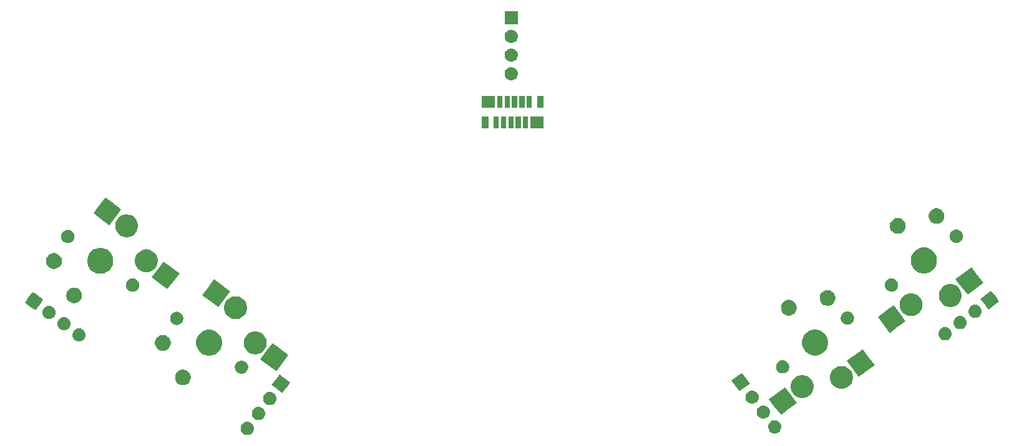
<source format=gbs>
G04 #@! TF.GenerationSoftware,KiCad,Pcbnew,(5.1.4)-1*
G04 #@! TF.CreationDate,2022-11-03T22:09:19-04:00*
G04 #@! TF.ProjectId,ThumbsUp,5468756d-6273-4557-902e-6b696361645f,rev?*
G04 #@! TF.SameCoordinates,Original*
G04 #@! TF.FileFunction,Soldermask,Bot*
G04 #@! TF.FilePolarity,Negative*
%FSLAX46Y46*%
G04 Gerber Fmt 4.6, Leading zero omitted, Abs format (unit mm)*
G04 Created by KiCad (PCBNEW (5.1.4)-1) date 2022-11-03 22:09:19*
%MOMM*%
%LPD*%
G04 APERTURE LIST*
%ADD10C,0.100000*%
G04 APERTURE END LIST*
D10*
G36*
X114444727Y-104066955D02*
G01*
X114510911Y-104073473D01*
X114680750Y-104124993D01*
X114837275Y-104208658D01*
X114873013Y-104237988D01*
X114974470Y-104321250D01*
X115052530Y-104416368D01*
X115087062Y-104458445D01*
X115170727Y-104614970D01*
X115222247Y-104784809D01*
X115239643Y-104961436D01*
X115222247Y-105138063D01*
X115170727Y-105307902D01*
X115087062Y-105464427D01*
X115057732Y-105500165D01*
X114974470Y-105601622D01*
X114898663Y-105663834D01*
X114837275Y-105714214D01*
X114680750Y-105797879D01*
X114510911Y-105849399D01*
X114444726Y-105855918D01*
X114378544Y-105862436D01*
X114290024Y-105862436D01*
X114223842Y-105855918D01*
X114157657Y-105849399D01*
X113987818Y-105797879D01*
X113831293Y-105714214D01*
X113769905Y-105663834D01*
X113694098Y-105601622D01*
X113610836Y-105500165D01*
X113581506Y-105464427D01*
X113497841Y-105307902D01*
X113446321Y-105138063D01*
X113428925Y-104961436D01*
X113446321Y-104784809D01*
X113497841Y-104614970D01*
X113581506Y-104458445D01*
X113616038Y-104416368D01*
X113694098Y-104321250D01*
X113795555Y-104237988D01*
X113831293Y-104208658D01*
X113987818Y-104124993D01*
X114157657Y-104073473D01*
X114223841Y-104066955D01*
X114290024Y-104060436D01*
X114378544Y-104060436D01*
X114444727Y-104066955D01*
X114444727Y-104066955D01*
G37*
G36*
X186004086Y-103868353D02*
G01*
X186070270Y-103874871D01*
X186240109Y-103926391D01*
X186396634Y-104010056D01*
X186432372Y-104039386D01*
X186533829Y-104122648D01*
X186617091Y-104224105D01*
X186646421Y-104259843D01*
X186730086Y-104416368D01*
X186781606Y-104586207D01*
X186799002Y-104762834D01*
X186781606Y-104939461D01*
X186730086Y-105109300D01*
X186646421Y-105265825D01*
X186617091Y-105301563D01*
X186533829Y-105403020D01*
X186459003Y-105464427D01*
X186396634Y-105515612D01*
X186240109Y-105599277D01*
X186070270Y-105650797D01*
X186004085Y-105657316D01*
X185937903Y-105663834D01*
X185849383Y-105663834D01*
X185783201Y-105657316D01*
X185717016Y-105650797D01*
X185547177Y-105599277D01*
X185390652Y-105515612D01*
X185328283Y-105464427D01*
X185253457Y-105403020D01*
X185170195Y-105301563D01*
X185140865Y-105265825D01*
X185057200Y-105109300D01*
X185005680Y-104939461D01*
X184988284Y-104762834D01*
X185005680Y-104586207D01*
X185057200Y-104416368D01*
X185140865Y-104259843D01*
X185170195Y-104224105D01*
X185253457Y-104122648D01*
X185354914Y-104039386D01*
X185390652Y-104010056D01*
X185547177Y-103926391D01*
X185717016Y-103874871D01*
X185783200Y-103868353D01*
X185849383Y-103861834D01*
X185937903Y-103861834D01*
X186004086Y-103868353D01*
X186004086Y-103868353D01*
G37*
G36*
X115973337Y-102038420D02*
G01*
X116039521Y-102044938D01*
X116209360Y-102096458D01*
X116365885Y-102180123D01*
X116401623Y-102209453D01*
X116503080Y-102292715D01*
X116581140Y-102387833D01*
X116615672Y-102429910D01*
X116699337Y-102586435D01*
X116750857Y-102756274D01*
X116768253Y-102932901D01*
X116750857Y-103109528D01*
X116699337Y-103279367D01*
X116615672Y-103435892D01*
X116586342Y-103471630D01*
X116503080Y-103573087D01*
X116427273Y-103635299D01*
X116365885Y-103685679D01*
X116209360Y-103769344D01*
X116039521Y-103820864D01*
X115973336Y-103827383D01*
X115907154Y-103833901D01*
X115818634Y-103833901D01*
X115752452Y-103827383D01*
X115686267Y-103820864D01*
X115516428Y-103769344D01*
X115359903Y-103685679D01*
X115298515Y-103635299D01*
X115222708Y-103573087D01*
X115139446Y-103471630D01*
X115110116Y-103435892D01*
X115026451Y-103279367D01*
X114974931Y-103109528D01*
X114957535Y-102932901D01*
X114974931Y-102756274D01*
X115026451Y-102586435D01*
X115110116Y-102429910D01*
X115144648Y-102387833D01*
X115222708Y-102292715D01*
X115324165Y-102209453D01*
X115359903Y-102180123D01*
X115516428Y-102096458D01*
X115686267Y-102044938D01*
X115752452Y-102038419D01*
X115818634Y-102031901D01*
X115907154Y-102031901D01*
X115973337Y-102038420D01*
X115973337Y-102038420D01*
G37*
G36*
X184475476Y-101839818D02*
G01*
X184541660Y-101846336D01*
X184711499Y-101897856D01*
X184868024Y-101981521D01*
X184903762Y-102010851D01*
X185005219Y-102094113D01*
X185088481Y-102195570D01*
X185117811Y-102231308D01*
X185201476Y-102387833D01*
X185252996Y-102557672D01*
X185270392Y-102734299D01*
X185252996Y-102910926D01*
X185201476Y-103080765D01*
X185117811Y-103237290D01*
X185088481Y-103273028D01*
X185005219Y-103374485D01*
X184930393Y-103435892D01*
X184868024Y-103487077D01*
X184711499Y-103570742D01*
X184541660Y-103622262D01*
X184475475Y-103628781D01*
X184409293Y-103635299D01*
X184320773Y-103635299D01*
X184254591Y-103628781D01*
X184188406Y-103622262D01*
X184018567Y-103570742D01*
X183862042Y-103487077D01*
X183799673Y-103435892D01*
X183724847Y-103374485D01*
X183641585Y-103273028D01*
X183612255Y-103237290D01*
X183528590Y-103080765D01*
X183477070Y-102910926D01*
X183459674Y-102734299D01*
X183477070Y-102557672D01*
X183528590Y-102387833D01*
X183612255Y-102231308D01*
X183641585Y-102195570D01*
X183724847Y-102094113D01*
X183826304Y-102010851D01*
X183862042Y-101981521D01*
X184018567Y-101897856D01*
X184188406Y-101846336D01*
X184254590Y-101839818D01*
X184320773Y-101833299D01*
X184409293Y-101833299D01*
X184475476Y-101839818D01*
X184475476Y-101839818D01*
G37*
G36*
X188030902Y-100359297D02*
G01*
X188905137Y-101519445D01*
X188905137Y-101519446D01*
X187752751Y-102387831D01*
X186747224Y-103145550D01*
X186747223Y-103145550D01*
X185807019Y-101897856D01*
X185121119Y-100987637D01*
X185121119Y-100987636D01*
X186351713Y-100060317D01*
X187279032Y-99361532D01*
X187279033Y-99361532D01*
X188030902Y-100359297D01*
X188030902Y-100359297D01*
G37*
G36*
X117501946Y-100009885D02*
G01*
X117568131Y-100016404D01*
X117737970Y-100067924D01*
X117894495Y-100151589D01*
X117930233Y-100180919D01*
X118031690Y-100264181D01*
X118109750Y-100359299D01*
X118144282Y-100401376D01*
X118227947Y-100557901D01*
X118279467Y-100727740D01*
X118296863Y-100904367D01*
X118279467Y-101080994D01*
X118227947Y-101250833D01*
X118144282Y-101407358D01*
X118114952Y-101443096D01*
X118031690Y-101544553D01*
X117955883Y-101606765D01*
X117894495Y-101657145D01*
X117737970Y-101740810D01*
X117568131Y-101792330D01*
X117501947Y-101798848D01*
X117435764Y-101805367D01*
X117347244Y-101805367D01*
X117281061Y-101798848D01*
X117214877Y-101792330D01*
X117045038Y-101740810D01*
X116888513Y-101657145D01*
X116827125Y-101606765D01*
X116751318Y-101544553D01*
X116668056Y-101443096D01*
X116638726Y-101407358D01*
X116555061Y-101250833D01*
X116503541Y-101080994D01*
X116486145Y-100904367D01*
X116503541Y-100727740D01*
X116555061Y-100557901D01*
X116638726Y-100401376D01*
X116673258Y-100359299D01*
X116751318Y-100264181D01*
X116852775Y-100180919D01*
X116888513Y-100151589D01*
X117045038Y-100067924D01*
X117214877Y-100016404D01*
X117281062Y-100009885D01*
X117347244Y-100003367D01*
X117435764Y-100003367D01*
X117501946Y-100009885D01*
X117501946Y-100009885D01*
G37*
G36*
X182946865Y-99811283D02*
G01*
X183013050Y-99817802D01*
X183182889Y-99869322D01*
X183339414Y-99952987D01*
X183375152Y-99982317D01*
X183476609Y-100065579D01*
X183559871Y-100167036D01*
X183589201Y-100202774D01*
X183672866Y-100359299D01*
X183724386Y-100529138D01*
X183741782Y-100705765D01*
X183724386Y-100882392D01*
X183672866Y-101052231D01*
X183589201Y-101208756D01*
X183559871Y-101244494D01*
X183476609Y-101345951D01*
X183401783Y-101407358D01*
X183339414Y-101458543D01*
X183182889Y-101542208D01*
X183013050Y-101593728D01*
X182946866Y-101600246D01*
X182880683Y-101606765D01*
X182792163Y-101606765D01*
X182725980Y-101600246D01*
X182659796Y-101593728D01*
X182489957Y-101542208D01*
X182333432Y-101458543D01*
X182271063Y-101407358D01*
X182196237Y-101345951D01*
X182112975Y-101244494D01*
X182083645Y-101208756D01*
X181999980Y-101052231D01*
X181948460Y-100882392D01*
X181931064Y-100705765D01*
X181948460Y-100529138D01*
X181999980Y-100359299D01*
X182083645Y-100202774D01*
X182112975Y-100167036D01*
X182196237Y-100065579D01*
X182297694Y-99982317D01*
X182333432Y-99952987D01*
X182489957Y-99869322D01*
X182659796Y-99817802D01*
X182725980Y-99811284D01*
X182792163Y-99804765D01*
X182880683Y-99804765D01*
X182946865Y-99811283D01*
X182946865Y-99811283D01*
G37*
G36*
X189931245Y-97761399D02*
G01*
X190081070Y-97791201D01*
X190363334Y-97908118D01*
X190617365Y-98077856D01*
X190833401Y-98293892D01*
X191003139Y-98547923D01*
X191120056Y-98830187D01*
X191179660Y-99129837D01*
X191179660Y-99435357D01*
X191120056Y-99735007D01*
X191003139Y-100017271D01*
X190833401Y-100271302D01*
X190617365Y-100487338D01*
X190363334Y-100657076D01*
X190081070Y-100773993D01*
X189931245Y-100803795D01*
X189781421Y-100833597D01*
X189475899Y-100833597D01*
X189326075Y-100803795D01*
X189176250Y-100773993D01*
X188893986Y-100657076D01*
X188639955Y-100487338D01*
X188423919Y-100271302D01*
X188254181Y-100017271D01*
X188137264Y-99735007D01*
X188077660Y-99435357D01*
X188077660Y-99129837D01*
X188137264Y-98830187D01*
X188254181Y-98547923D01*
X188423919Y-98293892D01*
X188639955Y-98077856D01*
X188893986Y-97908118D01*
X189176250Y-97791201D01*
X189326075Y-97761399D01*
X189475899Y-97731597D01*
X189781421Y-97731597D01*
X189931245Y-97761399D01*
X189931245Y-97761399D01*
G37*
G36*
X119146297Y-97918100D02*
G01*
X120181920Y-98698497D01*
X120181920Y-98698498D01*
X119777441Y-99235260D01*
X119097450Y-100137639D01*
X119097449Y-100137639D01*
X118165491Y-99435358D01*
X117658308Y-99053169D01*
X117658308Y-99053168D01*
X118355261Y-98128280D01*
X118742778Y-97614027D01*
X118742779Y-97614027D01*
X119146297Y-97918100D01*
X119146297Y-97918100D01*
G37*
G36*
X182063769Y-98183281D02*
G01*
X182569619Y-98854566D01*
X182569619Y-98854567D01*
X182064420Y-99235261D01*
X181130478Y-99939037D01*
X181130477Y-99939037D01*
X180294900Y-98830188D01*
X180046007Y-98499896D01*
X180046007Y-98499895D01*
X181065574Y-97731597D01*
X181485148Y-97415425D01*
X181485149Y-97415425D01*
X182063769Y-98183281D01*
X182063769Y-98183281D01*
G37*
G36*
X195248415Y-96509322D02*
G01*
X195398240Y-96539124D01*
X195680504Y-96656041D01*
X195934535Y-96825779D01*
X196150571Y-97041815D01*
X196320309Y-97295846D01*
X196437226Y-97578110D01*
X196496830Y-97877760D01*
X196496830Y-98183280D01*
X196437226Y-98482930D01*
X196320309Y-98765194D01*
X196150571Y-99019225D01*
X195934535Y-99235261D01*
X195680504Y-99404999D01*
X195398240Y-99521916D01*
X195248415Y-99551718D01*
X195098591Y-99581520D01*
X194793069Y-99581520D01*
X194643245Y-99551718D01*
X194493420Y-99521916D01*
X194211156Y-99404999D01*
X193957125Y-99235261D01*
X193741089Y-99019225D01*
X193571351Y-98765194D01*
X193454434Y-98482930D01*
X193394830Y-98183280D01*
X193394830Y-97877760D01*
X193454434Y-97578110D01*
X193571351Y-97295846D01*
X193741089Y-97041815D01*
X193957125Y-96825779D01*
X194211156Y-96656041D01*
X194493420Y-96539124D01*
X194643245Y-96509322D01*
X194793069Y-96479520D01*
X195098591Y-96479520D01*
X195248415Y-96509322D01*
X195248415Y-96509322D01*
G37*
G36*
X105917786Y-96997193D02*
G01*
X106111967Y-97077626D01*
X106111969Y-97077627D01*
X106286728Y-97194397D01*
X106435348Y-97343017D01*
X106465321Y-97387875D01*
X106552119Y-97517778D01*
X106632552Y-97711959D01*
X106673555Y-97918098D01*
X106673555Y-98128282D01*
X106632552Y-98334421D01*
X106552119Y-98528602D01*
X106552118Y-98528604D01*
X106435348Y-98703363D01*
X106286728Y-98851983D01*
X106111969Y-98968753D01*
X106111968Y-98968754D01*
X106111967Y-98968754D01*
X105917786Y-99049187D01*
X105711647Y-99090190D01*
X105501463Y-99090190D01*
X105295324Y-99049187D01*
X105101143Y-98968754D01*
X105101142Y-98968754D01*
X105101141Y-98968753D01*
X104926382Y-98851983D01*
X104777762Y-98703363D01*
X104660992Y-98528604D01*
X104660991Y-98528602D01*
X104580558Y-98334421D01*
X104539555Y-98128282D01*
X104539555Y-97918098D01*
X104580558Y-97711959D01*
X104660991Y-97517778D01*
X104747789Y-97387875D01*
X104777762Y-97343017D01*
X104926382Y-97194397D01*
X105101141Y-97077627D01*
X105101143Y-97077626D01*
X105295324Y-96997193D01*
X105501463Y-96956190D01*
X105711647Y-96956190D01*
X105917786Y-96997193D01*
X105917786Y-96997193D01*
G37*
G36*
X198754586Y-95398161D02*
G01*
X199453371Y-96325480D01*
X199453371Y-96325481D01*
X198537242Y-97015833D01*
X197295458Y-97951585D01*
X197295457Y-97951585D01*
X196094718Y-96358150D01*
X195669353Y-95793672D01*
X195669353Y-95793671D01*
X197346072Y-94530173D01*
X197827266Y-94167567D01*
X197827267Y-94167567D01*
X198754586Y-95398161D01*
X198754586Y-95398161D01*
G37*
G36*
X113725711Y-95736653D02*
G01*
X113812834Y-95753982D01*
X113922257Y-95799307D01*
X113976970Y-95821970D01*
X114075893Y-95888068D01*
X114124687Y-95920671D01*
X114250311Y-96046295D01*
X114250313Y-96046298D01*
X114349012Y-96194012D01*
X114349012Y-96194013D01*
X114417000Y-96358148D01*
X114417000Y-96358150D01*
X114445175Y-96499793D01*
X114451659Y-96532394D01*
X114451659Y-96710052D01*
X114417000Y-96884298D01*
X114387221Y-96956190D01*
X114349012Y-97048434D01*
X114272096Y-97163547D01*
X114250311Y-97196151D01*
X114124687Y-97321775D01*
X114124684Y-97321777D01*
X113976970Y-97420476D01*
X113922257Y-97443139D01*
X113812834Y-97488464D01*
X113725711Y-97505794D01*
X113638590Y-97523123D01*
X113460928Y-97523123D01*
X113373807Y-97505794D01*
X113286684Y-97488464D01*
X113177261Y-97443139D01*
X113122548Y-97420476D01*
X112974834Y-97321777D01*
X112974831Y-97321775D01*
X112849207Y-97196151D01*
X112827422Y-97163547D01*
X112750506Y-97048434D01*
X112712297Y-96956190D01*
X112682518Y-96884298D01*
X112647859Y-96710052D01*
X112647859Y-96532394D01*
X112654344Y-96499793D01*
X112682518Y-96358150D01*
X112682518Y-96358148D01*
X112750506Y-96194013D01*
X112750506Y-96194012D01*
X112849205Y-96046298D01*
X112849207Y-96046295D01*
X112974831Y-95920671D01*
X113023625Y-95888068D01*
X113122548Y-95821970D01*
X113177261Y-95799307D01*
X113286684Y-95753982D01*
X113373807Y-95736653D01*
X113460928Y-95719323D01*
X113638590Y-95719323D01*
X113725711Y-95736653D01*
X113725711Y-95736653D01*
G37*
G36*
X187148488Y-95704052D02*
G01*
X187235611Y-95721381D01*
X187345034Y-95766706D01*
X187399747Y-95789369D01*
X187546469Y-95887405D01*
X187547464Y-95888070D01*
X187673088Y-96013694D01*
X187673090Y-96013697D01*
X187771789Y-96161411D01*
X187771789Y-96161412D01*
X187839777Y-96325547D01*
X187846262Y-96358150D01*
X187874436Y-96499791D01*
X187874436Y-96677453D01*
X187867951Y-96710054D01*
X187839777Y-96851697D01*
X187796494Y-96956190D01*
X187771789Y-97015833D01*
X187673753Y-97162555D01*
X187673088Y-97163550D01*
X187547464Y-97289174D01*
X187547461Y-97289176D01*
X187399747Y-97387875D01*
X187345034Y-97410538D01*
X187235611Y-97455863D01*
X187148488Y-97473192D01*
X187061367Y-97490522D01*
X186883705Y-97490522D01*
X186796584Y-97473192D01*
X186709461Y-97455863D01*
X186600038Y-97410538D01*
X186545325Y-97387875D01*
X186397611Y-97289176D01*
X186397608Y-97289174D01*
X186271984Y-97163550D01*
X186271319Y-97162555D01*
X186173283Y-97015833D01*
X186148578Y-96956190D01*
X186105295Y-96851697D01*
X186077121Y-96710054D01*
X186070636Y-96677453D01*
X186070636Y-96499791D01*
X186098810Y-96358150D01*
X186105295Y-96325547D01*
X186173283Y-96161412D01*
X186173283Y-96161411D01*
X186271982Y-96013697D01*
X186271984Y-96013694D01*
X186397608Y-95888070D01*
X186398603Y-95887405D01*
X186545325Y-95789369D01*
X186600038Y-95766706D01*
X186709461Y-95721381D01*
X186796584Y-95704051D01*
X186883705Y-95686722D01*
X187061367Y-95686722D01*
X187148488Y-95704052D01*
X187148488Y-95704052D01*
G37*
G36*
X118684194Y-94103152D02*
G01*
X119914788Y-95030471D01*
X119914788Y-95030472D01*
X119514041Y-95562281D01*
X118288684Y-97188385D01*
X118288683Y-97188385D01*
X117347988Y-96479520D01*
X116130770Y-95562281D01*
X116130770Y-95562280D01*
X116978971Y-94436680D01*
X117756874Y-93404367D01*
X117756875Y-93404367D01*
X118684194Y-94103152D01*
X118684194Y-94103152D01*
G37*
G36*
X109672240Y-91613587D02*
G01*
X109993540Y-91746674D01*
X109993542Y-91746675D01*
X110282704Y-91939887D01*
X110528617Y-92185800D01*
X110701391Y-92444374D01*
X110721830Y-92474964D01*
X110854917Y-92796264D01*
X110922764Y-93137352D01*
X110922764Y-93485128D01*
X110854917Y-93826216D01*
X110775828Y-94017153D01*
X110721829Y-94147518D01*
X110528617Y-94436680D01*
X110282704Y-94682593D01*
X109993542Y-94875805D01*
X109993541Y-94875806D01*
X109993540Y-94875806D01*
X109672240Y-95008893D01*
X109331152Y-95076740D01*
X108983376Y-95076740D01*
X108642288Y-95008893D01*
X108320988Y-94875806D01*
X108320987Y-94875806D01*
X108320986Y-94875805D01*
X108031824Y-94682593D01*
X107785911Y-94436680D01*
X107592699Y-94147518D01*
X107538700Y-94017153D01*
X107459611Y-93826216D01*
X107391764Y-93485128D01*
X107391764Y-93137352D01*
X107459611Y-92796264D01*
X107592698Y-92474964D01*
X107613138Y-92444374D01*
X107785911Y-92185800D01*
X108031824Y-91939887D01*
X108320986Y-91746675D01*
X108320988Y-91746674D01*
X108642288Y-91613587D01*
X108983376Y-91545740D01*
X109331152Y-91545740D01*
X109672240Y-91613587D01*
X109672240Y-91613587D01*
G37*
G36*
X191880007Y-91580986D02*
G01*
X192201307Y-91714073D01*
X192201309Y-91714074D01*
X192490471Y-91907286D01*
X192736384Y-92153199D01*
X192895556Y-92391416D01*
X192929597Y-92442363D01*
X193062684Y-92763663D01*
X193130531Y-93104751D01*
X193130531Y-93452527D01*
X193062684Y-93793615D01*
X192929597Y-94114915D01*
X192929596Y-94114917D01*
X192736384Y-94404079D01*
X192490471Y-94649992D01*
X192201309Y-94843204D01*
X192201308Y-94843205D01*
X192201307Y-94843205D01*
X191880007Y-94976292D01*
X191538919Y-95044139D01*
X191191143Y-95044139D01*
X190850055Y-94976292D01*
X190528755Y-94843205D01*
X190528754Y-94843205D01*
X190528753Y-94843204D01*
X190239591Y-94649992D01*
X189993678Y-94404079D01*
X189800466Y-94114917D01*
X189800465Y-94114915D01*
X189667378Y-93793615D01*
X189599531Y-93452527D01*
X189599531Y-93104751D01*
X189667378Y-92763663D01*
X189800465Y-92442363D01*
X189834507Y-92391416D01*
X189993678Y-92153199D01*
X190239591Y-91907286D01*
X190528753Y-91714074D01*
X190528755Y-91714073D01*
X190850055Y-91580986D01*
X191191143Y-91513139D01*
X191538919Y-91513139D01*
X191880007Y-91580986D01*
X191880007Y-91580986D01*
G37*
G36*
X115709833Y-91804234D02*
G01*
X115859658Y-91834036D01*
X116141922Y-91950953D01*
X116395953Y-92120691D01*
X116611989Y-92336727D01*
X116781727Y-92590758D01*
X116898644Y-92873022D01*
X116898644Y-92873023D01*
X116958248Y-93172671D01*
X116958248Y-93478193D01*
X116928446Y-93628017D01*
X116898644Y-93777842D01*
X116781727Y-94060106D01*
X116611989Y-94314137D01*
X116395953Y-94530173D01*
X116141922Y-94699911D01*
X115859658Y-94816828D01*
X115727057Y-94843204D01*
X115560009Y-94876432D01*
X115254487Y-94876432D01*
X115087439Y-94843204D01*
X114954838Y-94816828D01*
X114672574Y-94699911D01*
X114418543Y-94530173D01*
X114202507Y-94314137D01*
X114032769Y-94060106D01*
X113915852Y-93777842D01*
X113886050Y-93628017D01*
X113856248Y-93478193D01*
X113856248Y-93172671D01*
X113915852Y-92873023D01*
X113915852Y-92873022D01*
X114032769Y-92590758D01*
X114202507Y-92336727D01*
X114418543Y-92120691D01*
X114672574Y-91950953D01*
X114954838Y-91834036D01*
X115104663Y-91804234D01*
X115254487Y-91774432D01*
X115560009Y-91774432D01*
X115709833Y-91804234D01*
X115709833Y-91804234D01*
G37*
G36*
X103188420Y-92310983D02*
G01*
X103382601Y-92391416D01*
X103382603Y-92391417D01*
X103557362Y-92508187D01*
X103705982Y-92656807D01*
X103799163Y-92796263D01*
X103822753Y-92831568D01*
X103903186Y-93025749D01*
X103944189Y-93231888D01*
X103944189Y-93442072D01*
X103903186Y-93648211D01*
X103842957Y-93793615D01*
X103822752Y-93842394D01*
X103705982Y-94017153D01*
X103557362Y-94165773D01*
X103382603Y-94282543D01*
X103382602Y-94282544D01*
X103382601Y-94282544D01*
X103188420Y-94362977D01*
X102982281Y-94403980D01*
X102772097Y-94403980D01*
X102565958Y-94362977D01*
X102371777Y-94282544D01*
X102371776Y-94282544D01*
X102371775Y-94282543D01*
X102197016Y-94165773D01*
X102048396Y-94017153D01*
X101931626Y-93842394D01*
X101911421Y-93793615D01*
X101851192Y-93648211D01*
X101810189Y-93442072D01*
X101810189Y-93231888D01*
X101851192Y-93025749D01*
X101931625Y-92831568D01*
X101955215Y-92796263D01*
X102048396Y-92656807D01*
X102197016Y-92508187D01*
X102371775Y-92391417D01*
X102371777Y-92391416D01*
X102565958Y-92310983D01*
X102772097Y-92269980D01*
X102982281Y-92269980D01*
X103188420Y-92310983D01*
X103188420Y-92310983D01*
G37*
G36*
X91603061Y-91357030D02*
G01*
X91669245Y-91363548D01*
X91839084Y-91415068D01*
X91995609Y-91498733D01*
X92031347Y-91528063D01*
X92132804Y-91611325D01*
X92216066Y-91712782D01*
X92245396Y-91748520D01*
X92329061Y-91905045D01*
X92380581Y-92074884D01*
X92397977Y-92251511D01*
X92380581Y-92428138D01*
X92329061Y-92597977D01*
X92245396Y-92754502D01*
X92216066Y-92790240D01*
X92132804Y-92891697D01*
X92031347Y-92974959D01*
X91995609Y-93004289D01*
X91839084Y-93087954D01*
X91669245Y-93139474D01*
X91603061Y-93145992D01*
X91536878Y-93152511D01*
X91448358Y-93152511D01*
X91382175Y-93145992D01*
X91315991Y-93139474D01*
X91146152Y-93087954D01*
X90989627Y-93004289D01*
X90953889Y-92974959D01*
X90852432Y-92891697D01*
X90769170Y-92790240D01*
X90739840Y-92754502D01*
X90656175Y-92597977D01*
X90604655Y-92428138D01*
X90587259Y-92251511D01*
X90604655Y-92074884D01*
X90656175Y-91905045D01*
X90739840Y-91748520D01*
X90769170Y-91712782D01*
X90852432Y-91611325D01*
X90953889Y-91528063D01*
X90989627Y-91498733D01*
X91146152Y-91415068D01*
X91315991Y-91363548D01*
X91382175Y-91357030D01*
X91448358Y-91350511D01*
X91536878Y-91350511D01*
X91603061Y-91357030D01*
X91603061Y-91357030D01*
G37*
G36*
X209125584Y-91203425D02*
G01*
X209191768Y-91209943D01*
X209361607Y-91261463D01*
X209518132Y-91345128D01*
X209553870Y-91374458D01*
X209655327Y-91457720D01*
X209727562Y-91545740D01*
X209767919Y-91594915D01*
X209851584Y-91751440D01*
X209903104Y-91921279D01*
X209920500Y-92097906D01*
X209903104Y-92274533D01*
X209851584Y-92444372D01*
X209767919Y-92600897D01*
X209738589Y-92636635D01*
X209655327Y-92738092D01*
X209553870Y-92821354D01*
X209518132Y-92850684D01*
X209361607Y-92934349D01*
X209191768Y-92985869D01*
X209125584Y-92992387D01*
X209059401Y-92998906D01*
X208970881Y-92998906D01*
X208904699Y-92992388D01*
X208838514Y-92985869D01*
X208668675Y-92934349D01*
X208512150Y-92850684D01*
X208476412Y-92821354D01*
X208374955Y-92738092D01*
X208291693Y-92636635D01*
X208262363Y-92600897D01*
X208178698Y-92444372D01*
X208127178Y-92274533D01*
X208109782Y-92097906D01*
X208127178Y-91921279D01*
X208178698Y-91751440D01*
X208262363Y-91594915D01*
X208302720Y-91545740D01*
X208374955Y-91457720D01*
X208476412Y-91374458D01*
X208512150Y-91345128D01*
X208668675Y-91261463D01*
X208838514Y-91209943D01*
X208904698Y-91203425D01*
X208970881Y-91196906D01*
X209059401Y-91196906D01*
X209125584Y-91203425D01*
X209125584Y-91203425D01*
G37*
G36*
X202933585Y-89395482D02*
G01*
X203679894Y-90385867D01*
X203679894Y-90385868D01*
X202565144Y-91225892D01*
X201521981Y-92011972D01*
X201521980Y-92011972D01*
X200415471Y-90543584D01*
X199895876Y-89854059D01*
X199895876Y-89854058D01*
X201126470Y-88926739D01*
X202053789Y-88227954D01*
X202053790Y-88227954D01*
X202933585Y-89395482D01*
X202933585Y-89395482D01*
G37*
G36*
X89574526Y-89828420D02*
G01*
X89640710Y-89834938D01*
X89810549Y-89886458D01*
X89967074Y-89970123D01*
X90002812Y-89999453D01*
X90104269Y-90082715D01*
X90187531Y-90184172D01*
X90216861Y-90219910D01*
X90300526Y-90376435D01*
X90352046Y-90546274D01*
X90369442Y-90722901D01*
X90352046Y-90899528D01*
X90300526Y-91069367D01*
X90216861Y-91225892D01*
X90187668Y-91261463D01*
X90104269Y-91363087D01*
X90002812Y-91446349D01*
X89967074Y-91475679D01*
X89810549Y-91559344D01*
X89640710Y-91610864D01*
X89574525Y-91617383D01*
X89508343Y-91623901D01*
X89419823Y-91623901D01*
X89353641Y-91617383D01*
X89287456Y-91610864D01*
X89117617Y-91559344D01*
X88961092Y-91475679D01*
X88925354Y-91446349D01*
X88823897Y-91363087D01*
X88740498Y-91261463D01*
X88711305Y-91225892D01*
X88627640Y-91069367D01*
X88576120Y-90899528D01*
X88558724Y-90722901D01*
X88576120Y-90546274D01*
X88627640Y-90376435D01*
X88711305Y-90219910D01*
X88740635Y-90184172D01*
X88823897Y-90082715D01*
X88925354Y-89999453D01*
X88961092Y-89970123D01*
X89117617Y-89886458D01*
X89287456Y-89834938D01*
X89353640Y-89828420D01*
X89419823Y-89821901D01*
X89508343Y-89821901D01*
X89574526Y-89828420D01*
X89574526Y-89828420D01*
G37*
G36*
X211154118Y-89674814D02*
G01*
X211220303Y-89681333D01*
X211390142Y-89732853D01*
X211546667Y-89816518D01*
X211582405Y-89845848D01*
X211683862Y-89929110D01*
X211767124Y-90030567D01*
X211796454Y-90066305D01*
X211880119Y-90222830D01*
X211931639Y-90392669D01*
X211949035Y-90569296D01*
X211931639Y-90745923D01*
X211880119Y-90915762D01*
X211796454Y-91072287D01*
X211767124Y-91108025D01*
X211683862Y-91209482D01*
X211582405Y-91292744D01*
X211546667Y-91322074D01*
X211390142Y-91405739D01*
X211220303Y-91457259D01*
X211154119Y-91463777D01*
X211087936Y-91470296D01*
X210999416Y-91470296D01*
X210933234Y-91463778D01*
X210867049Y-91457259D01*
X210697210Y-91405739D01*
X210540685Y-91322074D01*
X210504947Y-91292744D01*
X210403490Y-91209482D01*
X210320228Y-91108025D01*
X210290898Y-91072287D01*
X210207233Y-90915762D01*
X210155713Y-90745923D01*
X210138317Y-90569296D01*
X210155713Y-90392669D01*
X210207233Y-90222830D01*
X210290898Y-90066305D01*
X210320228Y-90030567D01*
X210403490Y-89929110D01*
X210504947Y-89845848D01*
X210540685Y-89816518D01*
X210697210Y-89732853D01*
X210867049Y-89681333D01*
X210933234Y-89674814D01*
X210999416Y-89668296D01*
X211087936Y-89668296D01*
X211154118Y-89674814D01*
X211154118Y-89674814D01*
G37*
G36*
X104940721Y-89116687D02*
G01*
X105027844Y-89134016D01*
X105113274Y-89169403D01*
X105191980Y-89202004D01*
X105290903Y-89268102D01*
X105339697Y-89300705D01*
X105465321Y-89426329D01*
X105465323Y-89426332D01*
X105564022Y-89574046D01*
X105571743Y-89592686D01*
X105632010Y-89738182D01*
X105632010Y-89738184D01*
X105661504Y-89886458D01*
X105666669Y-89912428D01*
X105666669Y-90090086D01*
X105632010Y-90264332D01*
X105586685Y-90373755D01*
X105564022Y-90428468D01*
X105487106Y-90543581D01*
X105465321Y-90576185D01*
X105339697Y-90701809D01*
X105339694Y-90701811D01*
X105191980Y-90800510D01*
X105137267Y-90823173D01*
X105027844Y-90868498D01*
X104940721Y-90885827D01*
X104853600Y-90903157D01*
X104675938Y-90903157D01*
X104588817Y-90885827D01*
X104501694Y-90868498D01*
X104392271Y-90823173D01*
X104337558Y-90800510D01*
X104189844Y-90701811D01*
X104189841Y-90701809D01*
X104064217Y-90576185D01*
X104042432Y-90543581D01*
X103965516Y-90428468D01*
X103942853Y-90373755D01*
X103897528Y-90264332D01*
X103862869Y-90090086D01*
X103862869Y-89912428D01*
X103868035Y-89886458D01*
X103897528Y-89738184D01*
X103897528Y-89738182D01*
X103957795Y-89592686D01*
X103965516Y-89574046D01*
X104064215Y-89426332D01*
X104064217Y-89426329D01*
X104189841Y-89300705D01*
X104238635Y-89268102D01*
X104337558Y-89202004D01*
X104416264Y-89169403D01*
X104501694Y-89134016D01*
X104588817Y-89116686D01*
X104675938Y-89099357D01*
X104853600Y-89099357D01*
X104940721Y-89116687D01*
X104940721Y-89116687D01*
G37*
G36*
X195933478Y-89084085D02*
G01*
X196020601Y-89101415D01*
X196108255Y-89137723D01*
X196184737Y-89169403D01*
X196300661Y-89246861D01*
X196332454Y-89268104D01*
X196458078Y-89393728D01*
X196458080Y-89393731D01*
X196556779Y-89541445D01*
X196570283Y-89574046D01*
X196624767Y-89705581D01*
X196631252Y-89738184D01*
X196659426Y-89879825D01*
X196659426Y-90057487D01*
X196652941Y-90090088D01*
X196624767Y-90231731D01*
X196579442Y-90341154D01*
X196556779Y-90395867D01*
X196458743Y-90542589D01*
X196458078Y-90543584D01*
X196332454Y-90669208D01*
X196332451Y-90669210D01*
X196184737Y-90767909D01*
X196130024Y-90790572D01*
X196020601Y-90835897D01*
X195933478Y-90853226D01*
X195846357Y-90870556D01*
X195668695Y-90870556D01*
X195581574Y-90853227D01*
X195494451Y-90835897D01*
X195385028Y-90790572D01*
X195330315Y-90767909D01*
X195182601Y-90669210D01*
X195182598Y-90669208D01*
X195056974Y-90543584D01*
X195056309Y-90542589D01*
X194958273Y-90395867D01*
X194935610Y-90341154D01*
X194890285Y-90231731D01*
X194862111Y-90090088D01*
X194855626Y-90057487D01*
X194855626Y-89879825D01*
X194883800Y-89738184D01*
X194890285Y-89705581D01*
X194944769Y-89574046D01*
X194958273Y-89541445D01*
X195056972Y-89393731D01*
X195056974Y-89393728D01*
X195182598Y-89268104D01*
X195214391Y-89246861D01*
X195330315Y-89169403D01*
X195406797Y-89137723D01*
X195494451Y-89101415D01*
X195581574Y-89084086D01*
X195668695Y-89066756D01*
X195846357Y-89066756D01*
X195933478Y-89084085D01*
X195933478Y-89084085D01*
G37*
G36*
X113040648Y-87038161D02*
G01*
X113190473Y-87067963D01*
X113472737Y-87184880D01*
X113726768Y-87354618D01*
X113942804Y-87570654D01*
X114112542Y-87824685D01*
X114229459Y-88106949D01*
X114289063Y-88406599D01*
X114289063Y-88712119D01*
X114229459Y-89011769D01*
X114112542Y-89294033D01*
X113942804Y-89548064D01*
X113726768Y-89764100D01*
X113472737Y-89933838D01*
X113190473Y-90050755D01*
X113040648Y-90080557D01*
X112890824Y-90110359D01*
X112585302Y-90110359D01*
X112435478Y-90080557D01*
X112285653Y-90050755D01*
X112003389Y-89933838D01*
X111749358Y-89764100D01*
X111533322Y-89548064D01*
X111363584Y-89294033D01*
X111246667Y-89011769D01*
X111187063Y-88712119D01*
X111187063Y-88406599D01*
X111246667Y-88106949D01*
X111363584Y-87824685D01*
X111533322Y-87570654D01*
X111749358Y-87354618D01*
X112003389Y-87184880D01*
X112285653Y-87067963D01*
X112435478Y-87038161D01*
X112585302Y-87008359D01*
X112890824Y-87008359D01*
X113040648Y-87038161D01*
X113040648Y-87038161D01*
G37*
G36*
X87545992Y-88299810D02*
G01*
X87612176Y-88306328D01*
X87782015Y-88357848D01*
X87938540Y-88441513D01*
X87974278Y-88470843D01*
X88075735Y-88554105D01*
X88158997Y-88655562D01*
X88188327Y-88691300D01*
X88271992Y-88847825D01*
X88323512Y-89017664D01*
X88340908Y-89194291D01*
X88323512Y-89370918D01*
X88271992Y-89540757D01*
X88188327Y-89697282D01*
X88181516Y-89705581D01*
X88075735Y-89834477D01*
X87980752Y-89912426D01*
X87938540Y-89947069D01*
X87782015Y-90030734D01*
X87612176Y-90082254D01*
X87545992Y-90088772D01*
X87479809Y-90095291D01*
X87391289Y-90095291D01*
X87325106Y-90088772D01*
X87258922Y-90082254D01*
X87089083Y-90030734D01*
X86932558Y-89947069D01*
X86890346Y-89912426D01*
X86795363Y-89834477D01*
X86689582Y-89705581D01*
X86682771Y-89697282D01*
X86599106Y-89540757D01*
X86547586Y-89370918D01*
X86530190Y-89194291D01*
X86547586Y-89017664D01*
X86599106Y-88847825D01*
X86682771Y-88691300D01*
X86712101Y-88655562D01*
X86795363Y-88554105D01*
X86896820Y-88470843D01*
X86932558Y-88441513D01*
X87089083Y-88357848D01*
X87258922Y-88306328D01*
X87325106Y-88299810D01*
X87391289Y-88293291D01*
X87479809Y-88293291D01*
X87545992Y-88299810D01*
X87545992Y-88299810D01*
G37*
G36*
X213182653Y-88146205D02*
G01*
X213248837Y-88152723D01*
X213418676Y-88204243D01*
X213575201Y-88287908D01*
X213610939Y-88317238D01*
X213712396Y-88400500D01*
X213777987Y-88480424D01*
X213824988Y-88537695D01*
X213908653Y-88694220D01*
X213960173Y-88864059D01*
X213977569Y-89040686D01*
X213960173Y-89217313D01*
X213908653Y-89387152D01*
X213908652Y-89387154D01*
X213887712Y-89426329D01*
X213824988Y-89543677D01*
X213800065Y-89574046D01*
X213712396Y-89680872D01*
X213610982Y-89764099D01*
X213575201Y-89793464D01*
X213498474Y-89834476D01*
X213461839Y-89854058D01*
X213418676Y-89877129D01*
X213248837Y-89928649D01*
X213196151Y-89933838D01*
X213116470Y-89941686D01*
X213027950Y-89941686D01*
X212948269Y-89933838D01*
X212895583Y-89928649D01*
X212725744Y-89877129D01*
X212682582Y-89854058D01*
X212645946Y-89834476D01*
X212569219Y-89793464D01*
X212533438Y-89764099D01*
X212432024Y-89680872D01*
X212344355Y-89574046D01*
X212319432Y-89543677D01*
X212256708Y-89426329D01*
X212235768Y-89387154D01*
X212235767Y-89387152D01*
X212184247Y-89217313D01*
X212166851Y-89040686D01*
X212184247Y-88864059D01*
X212235767Y-88694220D01*
X212319432Y-88537695D01*
X212366433Y-88480424D01*
X212432024Y-88400500D01*
X212533481Y-88317238D01*
X212569219Y-88287908D01*
X212725744Y-88204243D01*
X212895583Y-88152723D01*
X212961767Y-88146205D01*
X213027950Y-88139686D01*
X213116470Y-88139686D01*
X213182653Y-88146205D01*
X213182653Y-88146205D01*
G37*
G36*
X204706002Y-86627821D02*
G01*
X204855827Y-86657623D01*
X205138091Y-86774540D01*
X205392122Y-86944278D01*
X205608158Y-87160314D01*
X205777896Y-87414345D01*
X205894813Y-87696609D01*
X205954417Y-87996259D01*
X205954417Y-88301779D01*
X205894813Y-88601429D01*
X205777896Y-88883693D01*
X205608158Y-89137724D01*
X205392122Y-89353760D01*
X205138091Y-89523498D01*
X204855827Y-89640415D01*
X204706002Y-89670217D01*
X204556178Y-89700019D01*
X204250656Y-89700019D01*
X204100832Y-89670217D01*
X203951007Y-89640415D01*
X203668743Y-89523498D01*
X203414712Y-89353760D01*
X203198676Y-89137724D01*
X203028938Y-88883693D01*
X202912021Y-88601429D01*
X202852417Y-88301779D01*
X202852417Y-87996259D01*
X202912021Y-87696609D01*
X203028938Y-87414345D01*
X203198676Y-87160314D01*
X203414712Y-86944278D01*
X203668743Y-86774540D01*
X203951007Y-86657623D01*
X204100832Y-86627821D01*
X204250656Y-86598019D01*
X204556178Y-86598019D01*
X204706002Y-86627821D01*
X204706002Y-86627821D01*
G37*
G36*
X188125553Y-87540692D02*
G01*
X188319734Y-87621125D01*
X188319736Y-87621126D01*
X188494495Y-87737896D01*
X188643115Y-87886516D01*
X188759885Y-88061275D01*
X188759886Y-88061277D01*
X188840319Y-88255458D01*
X188881322Y-88461597D01*
X188881322Y-88671781D01*
X188840319Y-88877920D01*
X188762100Y-89066756D01*
X188759885Y-89072103D01*
X188643115Y-89246862D01*
X188494495Y-89395482D01*
X188319736Y-89512252D01*
X188319735Y-89512253D01*
X188319734Y-89512253D01*
X188125553Y-89592686D01*
X187919414Y-89633689D01*
X187709230Y-89633689D01*
X187503091Y-89592686D01*
X187308910Y-89512253D01*
X187308909Y-89512253D01*
X187308908Y-89512252D01*
X187134149Y-89395482D01*
X186985529Y-89246862D01*
X186868759Y-89072103D01*
X186866544Y-89066756D01*
X186788325Y-88877920D01*
X186747322Y-88671781D01*
X186747322Y-88461597D01*
X186788325Y-88255458D01*
X186868758Y-88061277D01*
X186868759Y-88061275D01*
X186985529Y-87886516D01*
X187134149Y-87737896D01*
X187308908Y-87621126D01*
X187308910Y-87621125D01*
X187503091Y-87540692D01*
X187709230Y-87499689D01*
X187919414Y-87499689D01*
X188125553Y-87540692D01*
X188125553Y-87540692D01*
G37*
G36*
X85661580Y-86729335D02*
G01*
X86668821Y-87488345D01*
X86668821Y-87488346D01*
X86206639Y-88101682D01*
X85584351Y-88927487D01*
X85584350Y-88927487D01*
X84939440Y-88441512D01*
X84145209Y-87843017D01*
X84145209Y-87843016D01*
X84629120Y-87200845D01*
X85229679Y-86403875D01*
X85229680Y-86403875D01*
X85661580Y-86729335D01*
X85661580Y-86729335D01*
G37*
G36*
X215880495Y-87049703D02*
G01*
X216362550Y-87689411D01*
X216362550Y-87689412D01*
X215679345Y-88204243D01*
X214923409Y-88773882D01*
X214923408Y-88773882D01*
X214254731Y-87886517D01*
X213838938Y-87334741D01*
X213838938Y-87334740D01*
X214874250Y-86554577D01*
X215278079Y-86250270D01*
X215278080Y-86250270D01*
X215880495Y-87049703D01*
X215880495Y-87049703D01*
G37*
G36*
X110557526Y-85224571D02*
G01*
X112014541Y-86322510D01*
X112014541Y-86322511D01*
X111406311Y-87129659D01*
X110388437Y-88480424D01*
X110388436Y-88480424D01*
X109403069Y-87737896D01*
X108230523Y-86854320D01*
X108230523Y-86854319D01*
X109062146Y-85750719D01*
X109856627Y-84696406D01*
X109856628Y-84696406D01*
X110557526Y-85224571D01*
X110557526Y-85224571D01*
G37*
G36*
X210023172Y-85375744D02*
G01*
X210172997Y-85405546D01*
X210455261Y-85522463D01*
X210709292Y-85692201D01*
X210925328Y-85908237D01*
X211095066Y-86162268D01*
X211211983Y-86444532D01*
X211271587Y-86744182D01*
X211271587Y-87049702D01*
X211211983Y-87349352D01*
X211095066Y-87631616D01*
X210925328Y-87885647D01*
X210709292Y-88101683D01*
X210455261Y-88271421D01*
X210172997Y-88388338D01*
X210023172Y-88418140D01*
X209873348Y-88447942D01*
X209567826Y-88447942D01*
X209418002Y-88418140D01*
X209268177Y-88388338D01*
X208985913Y-88271421D01*
X208731882Y-88101683D01*
X208515846Y-87885647D01*
X208346108Y-87631616D01*
X208229191Y-87349352D01*
X208169587Y-87049702D01*
X208169587Y-86744182D01*
X208229191Y-86444532D01*
X208346108Y-86162268D01*
X208515846Y-85908237D01*
X208731882Y-85692201D01*
X208985913Y-85522463D01*
X209268177Y-85405546D01*
X209418002Y-85375744D01*
X209567826Y-85345942D01*
X209873348Y-85345942D01*
X210023172Y-85375744D01*
X210023172Y-85375744D01*
G37*
G36*
X193382542Y-86208752D02*
G01*
X193571204Y-86286899D01*
X193576725Y-86289186D01*
X193751484Y-86405956D01*
X193900104Y-86554576D01*
X194016874Y-86729335D01*
X194016875Y-86729337D01*
X194097308Y-86923518D01*
X194138311Y-87129657D01*
X194138311Y-87339841D01*
X194097308Y-87545980D01*
X194025886Y-87718406D01*
X194016874Y-87740163D01*
X193900104Y-87914922D01*
X193751484Y-88063542D01*
X193576725Y-88180312D01*
X193576724Y-88180313D01*
X193576723Y-88180313D01*
X193382542Y-88260746D01*
X193176403Y-88301749D01*
X192966219Y-88301749D01*
X192760080Y-88260746D01*
X192565899Y-88180313D01*
X192565898Y-88180313D01*
X192565897Y-88180312D01*
X192391138Y-88063542D01*
X192242518Y-87914922D01*
X192125748Y-87740163D01*
X192116736Y-87718406D01*
X192045314Y-87545980D01*
X192004311Y-87339841D01*
X192004311Y-87129657D01*
X192045314Y-86923518D01*
X192125747Y-86729337D01*
X192125748Y-86729335D01*
X192242518Y-86554576D01*
X192391138Y-86405956D01*
X192565897Y-86289186D01*
X192571418Y-86286899D01*
X192760080Y-86208752D01*
X192966219Y-86167749D01*
X193176403Y-86167749D01*
X193382542Y-86208752D01*
X193382542Y-86208752D01*
G37*
G36*
X91143029Y-85863616D02*
G01*
X91337210Y-85944049D01*
X91337212Y-85944050D01*
X91511971Y-86060820D01*
X91660591Y-86209440D01*
X91777361Y-86384199D01*
X91777362Y-86384201D01*
X91857795Y-86578382D01*
X91898798Y-86784521D01*
X91898798Y-86994705D01*
X91857795Y-87200844D01*
X91794099Y-87354618D01*
X91777361Y-87395027D01*
X91660591Y-87569786D01*
X91511971Y-87718406D01*
X91337212Y-87835176D01*
X91337211Y-87835177D01*
X91337210Y-87835177D01*
X91143029Y-87915610D01*
X90936890Y-87956613D01*
X90726706Y-87956613D01*
X90520567Y-87915610D01*
X90326386Y-87835177D01*
X90326385Y-87835177D01*
X90326384Y-87835176D01*
X90151625Y-87718406D01*
X90003005Y-87569786D01*
X89886235Y-87395027D01*
X89869497Y-87354618D01*
X89805801Y-87200844D01*
X89764798Y-86994705D01*
X89764798Y-86784521D01*
X89805801Y-86578382D01*
X89886234Y-86384201D01*
X89886235Y-86384199D01*
X90003005Y-86209440D01*
X90151625Y-86060820D01*
X90326384Y-85944050D01*
X90326386Y-85944049D01*
X90520567Y-85863616D01*
X90726706Y-85822613D01*
X90936890Y-85822613D01*
X91143029Y-85863616D01*
X91143029Y-85863616D01*
G37*
G36*
X213236008Y-83875315D02*
G01*
X214228128Y-85191902D01*
X214228128Y-85191903D01*
X213115976Y-86029969D01*
X212070215Y-86818007D01*
X212070214Y-86818007D01*
X210869474Y-85224571D01*
X210444110Y-84660094D01*
X210444110Y-84660093D01*
X211895578Y-83566334D01*
X212602023Y-83033989D01*
X212602024Y-83033989D01*
X213236008Y-83875315D01*
X213236008Y-83875315D01*
G37*
G36*
X98950954Y-84603075D02*
G01*
X99038077Y-84620405D01*
X99123505Y-84655791D01*
X99202213Y-84688393D01*
X99301134Y-84754490D01*
X99349930Y-84787094D01*
X99475554Y-84912718D01*
X99475556Y-84912721D01*
X99574255Y-85060435D01*
X99574255Y-85060436D01*
X99642243Y-85224571D01*
X99676902Y-85398817D01*
X99676902Y-85576475D01*
X99642243Y-85750721D01*
X99612464Y-85822613D01*
X99574255Y-85914857D01*
X99497340Y-86029969D01*
X99475554Y-86062574D01*
X99349930Y-86188198D01*
X99349927Y-86188200D01*
X99202213Y-86286899D01*
X99147500Y-86309562D01*
X99038077Y-86354887D01*
X98950954Y-86372217D01*
X98863833Y-86389546D01*
X98686171Y-86389546D01*
X98599050Y-86372217D01*
X98511927Y-86354887D01*
X98402504Y-86309562D01*
X98347791Y-86286899D01*
X98200077Y-86188200D01*
X98200074Y-86188198D01*
X98074450Y-86062574D01*
X98052664Y-86029969D01*
X97975749Y-85914857D01*
X97937540Y-85822613D01*
X97907761Y-85750721D01*
X97873102Y-85576475D01*
X97873102Y-85398817D01*
X97907761Y-85224571D01*
X97975749Y-85060436D01*
X97975749Y-85060435D01*
X98074448Y-84912721D01*
X98074450Y-84912718D01*
X98200074Y-84787094D01*
X98248870Y-84754490D01*
X98347791Y-84688393D01*
X98426499Y-84655791D01*
X98511927Y-84620405D01*
X98599050Y-84603075D01*
X98686171Y-84585746D01*
X98863833Y-84585746D01*
X98950954Y-84603075D01*
X98950954Y-84603075D01*
G37*
G36*
X201923245Y-84570473D02*
G01*
X202010368Y-84587803D01*
X202119791Y-84633128D01*
X202174504Y-84655791D01*
X202321226Y-84753827D01*
X202322221Y-84754492D01*
X202447845Y-84880116D01*
X202447847Y-84880119D01*
X202546546Y-85027833D01*
X202569209Y-85082546D01*
X202614534Y-85191969D01*
X202649193Y-85366215D01*
X202649193Y-85543873D01*
X202614534Y-85718119D01*
X202571250Y-85822613D01*
X202546546Y-85882255D01*
X202505256Y-85944050D01*
X202447845Y-86029972D01*
X202322221Y-86155596D01*
X202322218Y-86155598D01*
X202174504Y-86254297D01*
X202119791Y-86276960D01*
X202010368Y-86322285D01*
X201923245Y-86339614D01*
X201836124Y-86356944D01*
X201658462Y-86356944D01*
X201571341Y-86339614D01*
X201484218Y-86322285D01*
X201374795Y-86276960D01*
X201320082Y-86254297D01*
X201172368Y-86155598D01*
X201172365Y-86155596D01*
X201046741Y-86029972D01*
X200989330Y-85944050D01*
X200948040Y-85882255D01*
X200923336Y-85822613D01*
X200880052Y-85718119D01*
X200845393Y-85543873D01*
X200845393Y-85366215D01*
X200880052Y-85191969D01*
X200925377Y-85082546D01*
X200948040Y-85027833D01*
X201046739Y-84880119D01*
X201046741Y-84880116D01*
X201172365Y-84754492D01*
X201173360Y-84753827D01*
X201320082Y-84655791D01*
X201374795Y-84633128D01*
X201484218Y-84587803D01*
X201571341Y-84570474D01*
X201658462Y-84553144D01*
X201836124Y-84553144D01*
X201923245Y-84570473D01*
X201923245Y-84570473D01*
G37*
G36*
X103909437Y-82969575D02*
G01*
X105140031Y-83896894D01*
X105140031Y-83896895D01*
X104564920Y-84660093D01*
X103513927Y-86054808D01*
X103513926Y-86054808D01*
X102573230Y-85345942D01*
X101356013Y-84428704D01*
X101356013Y-84428703D01*
X102259754Y-83229399D01*
X102982117Y-82270790D01*
X102982118Y-82270790D01*
X103909437Y-82969575D01*
X103909437Y-82969575D01*
G37*
G36*
X94897483Y-80480010D02*
G01*
X95140077Y-80580496D01*
X95218785Y-80613098D01*
X95260326Y-80640855D01*
X95507947Y-80806310D01*
X95753860Y-81052223D01*
X95947073Y-81341387D01*
X96080160Y-81662687D01*
X96148007Y-82003775D01*
X96148007Y-82351551D01*
X96080160Y-82692639D01*
X96001071Y-82883576D01*
X95947072Y-83013941D01*
X95753860Y-83303103D01*
X95507947Y-83549016D01*
X95218785Y-83742228D01*
X95218784Y-83742229D01*
X95218783Y-83742229D01*
X94897483Y-83875316D01*
X94556395Y-83943163D01*
X94208619Y-83943163D01*
X93867531Y-83875316D01*
X93546231Y-83742229D01*
X93546230Y-83742229D01*
X93546229Y-83742228D01*
X93257067Y-83549016D01*
X93011154Y-83303103D01*
X92817942Y-83013941D01*
X92763943Y-82883576D01*
X92684854Y-82692639D01*
X92617007Y-82351551D01*
X92617007Y-82003775D01*
X92684854Y-81662687D01*
X92817941Y-81341387D01*
X93011154Y-81052223D01*
X93257067Y-80806310D01*
X93504688Y-80640855D01*
X93546229Y-80613098D01*
X93624937Y-80580496D01*
X93867531Y-80480010D01*
X94208619Y-80412163D01*
X94556395Y-80412163D01*
X94897483Y-80480010D01*
X94897483Y-80480010D01*
G37*
G36*
X206654764Y-80447408D02*
G01*
X206976064Y-80580495D01*
X206976066Y-80580496D01*
X207265228Y-80773708D01*
X207511141Y-81019621D01*
X207616570Y-81177406D01*
X207704354Y-81308785D01*
X207837441Y-81630085D01*
X207905288Y-81971173D01*
X207905288Y-82318949D01*
X207837441Y-82660037D01*
X207744848Y-82883575D01*
X207704353Y-82981339D01*
X207511141Y-83270501D01*
X207265228Y-83516414D01*
X206976066Y-83709626D01*
X206976065Y-83709627D01*
X206976064Y-83709627D01*
X206654764Y-83842714D01*
X206313676Y-83910561D01*
X205965900Y-83910561D01*
X205624812Y-83842714D01*
X205303512Y-83709627D01*
X205303511Y-83709627D01*
X205303510Y-83709626D01*
X205014348Y-83516414D01*
X204768435Y-83270501D01*
X204575223Y-82981339D01*
X204534728Y-82883575D01*
X204442135Y-82660037D01*
X204374288Y-82318949D01*
X204374288Y-81971173D01*
X204442135Y-81630085D01*
X204575222Y-81308785D01*
X204663007Y-81177406D01*
X204768435Y-81019621D01*
X205014348Y-80773708D01*
X205303510Y-80580496D01*
X205303512Y-80580495D01*
X205624812Y-80447408D01*
X205965900Y-80379561D01*
X206313676Y-80379561D01*
X206654764Y-80447408D01*
X206654764Y-80447408D01*
G37*
G36*
X100935076Y-80670657D02*
G01*
X101084901Y-80700459D01*
X101367165Y-80817376D01*
X101621196Y-80987114D01*
X101837232Y-81203150D01*
X102006970Y-81457181D01*
X102106715Y-81697989D01*
X102123887Y-81739446D01*
X102183491Y-82039094D01*
X102183491Y-82344616D01*
X102153689Y-82494440D01*
X102123887Y-82644265D01*
X102006970Y-82926529D01*
X101837232Y-83180560D01*
X101621196Y-83396596D01*
X101367165Y-83566334D01*
X101084901Y-83683251D01*
X100952305Y-83709626D01*
X100785252Y-83742855D01*
X100479730Y-83742855D01*
X100312677Y-83709626D01*
X100180081Y-83683251D01*
X99897817Y-83566334D01*
X99643786Y-83396596D01*
X99427750Y-83180560D01*
X99258012Y-82926529D01*
X99141095Y-82644265D01*
X99111293Y-82494440D01*
X99081491Y-82344616D01*
X99081491Y-82039094D01*
X99141095Y-81739446D01*
X99158267Y-81697989D01*
X99258012Y-81457181D01*
X99427750Y-81203150D01*
X99643786Y-80987114D01*
X99897817Y-80817376D01*
X100180081Y-80700459D01*
X100329906Y-80670657D01*
X100479730Y-80640855D01*
X100785252Y-80640855D01*
X100935076Y-80670657D01*
X100935076Y-80670657D01*
G37*
G36*
X88413663Y-81177406D02*
G01*
X88607844Y-81257839D01*
X88607846Y-81257840D01*
X88782605Y-81374610D01*
X88931225Y-81523230D01*
X89002622Y-81630084D01*
X89047996Y-81697991D01*
X89128429Y-81892172D01*
X89169432Y-82098311D01*
X89169432Y-82308495D01*
X89128429Y-82514634D01*
X89068200Y-82660038D01*
X89047995Y-82708817D01*
X88931225Y-82883576D01*
X88782605Y-83032196D01*
X88607846Y-83148966D01*
X88607845Y-83148967D01*
X88607844Y-83148967D01*
X88413663Y-83229400D01*
X88207524Y-83270403D01*
X87997340Y-83270403D01*
X87791201Y-83229400D01*
X87597020Y-83148967D01*
X87597019Y-83148967D01*
X87597018Y-83148966D01*
X87422259Y-83032196D01*
X87273639Y-82883576D01*
X87156869Y-82708817D01*
X87136664Y-82660038D01*
X87076435Y-82514634D01*
X87035432Y-82308495D01*
X87035432Y-82098311D01*
X87076435Y-81892172D01*
X87156868Y-81697991D01*
X87202242Y-81630084D01*
X87273639Y-81523230D01*
X87422259Y-81374610D01*
X87597018Y-81257840D01*
X87597020Y-81257839D01*
X87791201Y-81177406D01*
X87997340Y-81136403D01*
X88207524Y-81136403D01*
X88413663Y-81177406D01*
X88413663Y-81177406D01*
G37*
G36*
X90165964Y-77983110D02*
G01*
X90253087Y-78000439D01*
X90338515Y-78035825D01*
X90417223Y-78068427D01*
X90484356Y-78113284D01*
X90564940Y-78167128D01*
X90690564Y-78292752D01*
X90690566Y-78292755D01*
X90789265Y-78440469D01*
X90811928Y-78495182D01*
X90857253Y-78604605D01*
X90891912Y-78778851D01*
X90891912Y-78956509D01*
X90857253Y-79130755D01*
X90811928Y-79240178D01*
X90789265Y-79294891D01*
X90712350Y-79410003D01*
X90690564Y-79442608D01*
X90564940Y-79568232D01*
X90564937Y-79568234D01*
X90417223Y-79666933D01*
X90362510Y-79689596D01*
X90253087Y-79734921D01*
X90165964Y-79752250D01*
X90078843Y-79769580D01*
X89901181Y-79769580D01*
X89814060Y-79752250D01*
X89726937Y-79734921D01*
X89617514Y-79689596D01*
X89562801Y-79666933D01*
X89415087Y-79568234D01*
X89415084Y-79568232D01*
X89289460Y-79442608D01*
X89267674Y-79410003D01*
X89190759Y-79294891D01*
X89168096Y-79240178D01*
X89122771Y-79130755D01*
X89088112Y-78956509D01*
X89088112Y-78778851D01*
X89122771Y-78604605D01*
X89168096Y-78495182D01*
X89190759Y-78440469D01*
X89289458Y-78292755D01*
X89289460Y-78292752D01*
X89415084Y-78167128D01*
X89495668Y-78113284D01*
X89562801Y-78068427D01*
X89641509Y-78035825D01*
X89726937Y-78000439D01*
X89814060Y-77983110D01*
X89901181Y-77965780D01*
X90078843Y-77965780D01*
X90165964Y-77983110D01*
X90165964Y-77983110D01*
G37*
G36*
X210708235Y-77950507D02*
G01*
X210795358Y-77967837D01*
X210904781Y-78013162D01*
X210959494Y-78035825D01*
X211075418Y-78113283D01*
X211107211Y-78134526D01*
X211232835Y-78260150D01*
X211232837Y-78260153D01*
X211331536Y-78407867D01*
X211352760Y-78459107D01*
X211399524Y-78572003D01*
X211434183Y-78746249D01*
X211434183Y-78923907D01*
X211399524Y-79098153D01*
X211354199Y-79207576D01*
X211331536Y-79262289D01*
X211309752Y-79294891D01*
X211232835Y-79410006D01*
X211107211Y-79535630D01*
X211107208Y-79535632D01*
X210959494Y-79634331D01*
X210904781Y-79656994D01*
X210795358Y-79702319D01*
X210708235Y-79719649D01*
X210621114Y-79736978D01*
X210443452Y-79736978D01*
X210356331Y-79719648D01*
X210269208Y-79702319D01*
X210159785Y-79656994D01*
X210105072Y-79634331D01*
X209957358Y-79535632D01*
X209957355Y-79535630D01*
X209831731Y-79410006D01*
X209754814Y-79294891D01*
X209733030Y-79262289D01*
X209710367Y-79207576D01*
X209665042Y-79098153D01*
X209630383Y-78923907D01*
X209630383Y-78746249D01*
X209665042Y-78572003D01*
X209711806Y-78459107D01*
X209733030Y-78407867D01*
X209831729Y-78260153D01*
X209831731Y-78260150D01*
X209957355Y-78134526D01*
X209989148Y-78113283D01*
X210105072Y-78035825D01*
X210159785Y-78013162D01*
X210269208Y-77967837D01*
X210356331Y-77950507D01*
X210443452Y-77933178D01*
X210621114Y-77933178D01*
X210708235Y-77950507D01*
X210708235Y-77950507D01*
G37*
G36*
X98265891Y-75904584D02*
G01*
X98415716Y-75934386D01*
X98697980Y-76051303D01*
X98952011Y-76221041D01*
X99168047Y-76437077D01*
X99337785Y-76691108D01*
X99454702Y-76973372D01*
X99514306Y-77273022D01*
X99514306Y-77578542D01*
X99454702Y-77878192D01*
X99337785Y-78160456D01*
X99168047Y-78414487D01*
X98952011Y-78630523D01*
X98697980Y-78800261D01*
X98415716Y-78917178D01*
X98265891Y-78946980D01*
X98116067Y-78976782D01*
X97810545Y-78976782D01*
X97660721Y-78946980D01*
X97510896Y-78917178D01*
X97228632Y-78800261D01*
X96974601Y-78630523D01*
X96758565Y-78414487D01*
X96588827Y-78160456D01*
X96471910Y-77878192D01*
X96412306Y-77578542D01*
X96412306Y-77273022D01*
X96471910Y-76973372D01*
X96588827Y-76691108D01*
X96758565Y-76437077D01*
X96974601Y-76221041D01*
X97228632Y-76051303D01*
X97510896Y-75934386D01*
X97660721Y-75904584D01*
X97810545Y-75874782D01*
X98116067Y-75874782D01*
X98265891Y-75904584D01*
X98265891Y-75904584D01*
G37*
G36*
X202900310Y-76407114D02*
G01*
X203094491Y-76487547D01*
X203094493Y-76487548D01*
X203269252Y-76604318D01*
X203417872Y-76752938D01*
X203436852Y-76781344D01*
X203534643Y-76927699D01*
X203615076Y-77121880D01*
X203656079Y-77328019D01*
X203656079Y-77538203D01*
X203615076Y-77744342D01*
X203559633Y-77878192D01*
X203534642Y-77938525D01*
X203417872Y-78113284D01*
X203269252Y-78261904D01*
X203094493Y-78378674D01*
X203094492Y-78378675D01*
X203094491Y-78378675D01*
X202900310Y-78459108D01*
X202694171Y-78500111D01*
X202483987Y-78500111D01*
X202277848Y-78459108D01*
X202083667Y-78378675D01*
X202083666Y-78378675D01*
X202083665Y-78378674D01*
X201908906Y-78261904D01*
X201760286Y-78113284D01*
X201643516Y-77938525D01*
X201618525Y-77878192D01*
X201563082Y-77744342D01*
X201522079Y-77538203D01*
X201522079Y-77328019D01*
X201563082Y-77121880D01*
X201643515Y-76927699D01*
X201741306Y-76781344D01*
X201760286Y-76752938D01*
X201908906Y-76604318D01*
X202083665Y-76487548D01*
X202083667Y-76487547D01*
X202277848Y-76407114D01*
X202483987Y-76366111D01*
X202694171Y-76366111D01*
X202900310Y-76407114D01*
X202900310Y-76407114D01*
G37*
G36*
X96009190Y-74261614D02*
G01*
X97239784Y-75188933D01*
X97239784Y-75188934D01*
X96839037Y-75720743D01*
X95613680Y-77346847D01*
X95613679Y-77346847D01*
X94406374Y-76437077D01*
X93455766Y-75720743D01*
X93455766Y-75720742D01*
X94154551Y-74793423D01*
X95081870Y-73562829D01*
X95081871Y-73562829D01*
X96009190Y-74261614D01*
X96009190Y-74261614D01*
G37*
G36*
X208157299Y-75075174D02*
G01*
X208351480Y-75155607D01*
X208351482Y-75155608D01*
X208526241Y-75272378D01*
X208674861Y-75420998D01*
X208791631Y-75595757D01*
X208791632Y-75595759D01*
X208872065Y-75789940D01*
X208913068Y-75996079D01*
X208913068Y-76206263D01*
X208872065Y-76412402D01*
X208840938Y-76487548D01*
X208791631Y-76606585D01*
X208674861Y-76781344D01*
X208526241Y-76929964D01*
X208351482Y-77046734D01*
X208351481Y-77046735D01*
X208351480Y-77046735D01*
X208157299Y-77127168D01*
X207951160Y-77168171D01*
X207740976Y-77168171D01*
X207534837Y-77127168D01*
X207340656Y-77046735D01*
X207340655Y-77046735D01*
X207340654Y-77046734D01*
X207165895Y-76929964D01*
X207017275Y-76781344D01*
X206900505Y-76606585D01*
X206851198Y-76487548D01*
X206820071Y-76412402D01*
X206779068Y-76206263D01*
X206779068Y-75996079D01*
X206820071Y-75789940D01*
X206900504Y-75595759D01*
X206900505Y-75595757D01*
X207017275Y-75420998D01*
X207165895Y-75272378D01*
X207340654Y-75155608D01*
X207340656Y-75155607D01*
X207534837Y-75075174D01*
X207740976Y-75034171D01*
X207951160Y-75034171D01*
X208157299Y-75075174D01*
X208157299Y-75075174D01*
G37*
G36*
X150451000Y-64201000D02*
G01*
X149749000Y-64201000D01*
X149749000Y-62599000D01*
X150451000Y-62599000D01*
X150451000Y-64201000D01*
X150451000Y-64201000D01*
G37*
G36*
X154551000Y-64201000D02*
G01*
X152749000Y-64201000D01*
X152749000Y-62599000D01*
X154551000Y-62599000D01*
X154551000Y-64201000D01*
X154551000Y-64201000D01*
G37*
G36*
X149451000Y-64201000D02*
G01*
X148749000Y-64201000D01*
X148749000Y-62599000D01*
X149451000Y-62599000D01*
X149451000Y-64201000D01*
X149451000Y-64201000D01*
G37*
G36*
X148451000Y-64201000D02*
G01*
X147749000Y-64201000D01*
X147749000Y-62599000D01*
X148451000Y-62599000D01*
X148451000Y-64201000D01*
X148451000Y-64201000D01*
G37*
G36*
X147051000Y-64201000D02*
G01*
X146149000Y-64201000D01*
X146149000Y-62599000D01*
X147051000Y-62599000D01*
X147051000Y-64201000D01*
X147051000Y-64201000D01*
G37*
G36*
X152451000Y-64201000D02*
G01*
X151749000Y-64201000D01*
X151749000Y-62599000D01*
X152451000Y-62599000D01*
X152451000Y-64201000D01*
X152451000Y-64201000D01*
G37*
G36*
X151451000Y-64201000D02*
G01*
X150749000Y-64201000D01*
X150749000Y-62599000D01*
X151451000Y-62599000D01*
X151451000Y-64201000D01*
X151451000Y-64201000D01*
G37*
G36*
X151951000Y-61401000D02*
G01*
X151249000Y-61401000D01*
X151249000Y-59799000D01*
X151951000Y-59799000D01*
X151951000Y-61401000D01*
X151951000Y-61401000D01*
G37*
G36*
X147951000Y-61401000D02*
G01*
X146149000Y-61401000D01*
X146149000Y-59799000D01*
X147951000Y-59799000D01*
X147951000Y-61401000D01*
X147951000Y-61401000D01*
G37*
G36*
X148951000Y-61401000D02*
G01*
X148249000Y-61401000D01*
X148249000Y-59799000D01*
X148951000Y-59799000D01*
X148951000Y-61401000D01*
X148951000Y-61401000D01*
G37*
G36*
X149951000Y-61401000D02*
G01*
X149249000Y-61401000D01*
X149249000Y-59799000D01*
X149951000Y-59799000D01*
X149951000Y-61401000D01*
X149951000Y-61401000D01*
G37*
G36*
X150951000Y-61401000D02*
G01*
X150249000Y-61401000D01*
X150249000Y-59799000D01*
X150951000Y-59799000D01*
X150951000Y-61401000D01*
X150951000Y-61401000D01*
G37*
G36*
X154551000Y-61401000D02*
G01*
X153649000Y-61401000D01*
X153649000Y-59799000D01*
X154551000Y-59799000D01*
X154551000Y-61401000D01*
X154551000Y-61401000D01*
G37*
G36*
X152951000Y-61401000D02*
G01*
X152249000Y-61401000D01*
X152249000Y-59799000D01*
X152951000Y-59799000D01*
X152951000Y-61401000D01*
X152951000Y-61401000D01*
G37*
G36*
X150269207Y-55863767D02*
G01*
X150335392Y-55870286D01*
X150505231Y-55921806D01*
X150661756Y-56005471D01*
X150697494Y-56034801D01*
X150798951Y-56118063D01*
X150882213Y-56219520D01*
X150911543Y-56255258D01*
X150995208Y-56411783D01*
X151046728Y-56581622D01*
X151064124Y-56758249D01*
X151046728Y-56934876D01*
X150995208Y-57104715D01*
X150911543Y-57261240D01*
X150882213Y-57296978D01*
X150798951Y-57398435D01*
X150697494Y-57481697D01*
X150661756Y-57511027D01*
X150505231Y-57594692D01*
X150335392Y-57646212D01*
X150269207Y-57652731D01*
X150203025Y-57659249D01*
X150114505Y-57659249D01*
X150048323Y-57652731D01*
X149982138Y-57646212D01*
X149812299Y-57594692D01*
X149655774Y-57511027D01*
X149620036Y-57481697D01*
X149518579Y-57398435D01*
X149435317Y-57296978D01*
X149405987Y-57261240D01*
X149322322Y-57104715D01*
X149270802Y-56934876D01*
X149253406Y-56758249D01*
X149270802Y-56581622D01*
X149322322Y-56411783D01*
X149405987Y-56255258D01*
X149435317Y-56219520D01*
X149518579Y-56118063D01*
X149620036Y-56034801D01*
X149655774Y-56005471D01*
X149812299Y-55921806D01*
X149982138Y-55870286D01*
X150048323Y-55863767D01*
X150114505Y-55857249D01*
X150203025Y-55857249D01*
X150269207Y-55863767D01*
X150269207Y-55863767D01*
G37*
G36*
X150269208Y-53323768D02*
G01*
X150335392Y-53330286D01*
X150505231Y-53381806D01*
X150661756Y-53465471D01*
X150697494Y-53494801D01*
X150798951Y-53578063D01*
X150882213Y-53679520D01*
X150911543Y-53715258D01*
X150995208Y-53871783D01*
X151046728Y-54041622D01*
X151064124Y-54218249D01*
X151046728Y-54394876D01*
X150995208Y-54564715D01*
X150911543Y-54721240D01*
X150882213Y-54756978D01*
X150798951Y-54858435D01*
X150697494Y-54941697D01*
X150661756Y-54971027D01*
X150505231Y-55054692D01*
X150335392Y-55106212D01*
X150269208Y-55112730D01*
X150203025Y-55119249D01*
X150114505Y-55119249D01*
X150048322Y-55112730D01*
X149982138Y-55106212D01*
X149812299Y-55054692D01*
X149655774Y-54971027D01*
X149620036Y-54941697D01*
X149518579Y-54858435D01*
X149435317Y-54756978D01*
X149405987Y-54721240D01*
X149322322Y-54564715D01*
X149270802Y-54394876D01*
X149253406Y-54218249D01*
X149270802Y-54041622D01*
X149322322Y-53871783D01*
X149405987Y-53715258D01*
X149435317Y-53679520D01*
X149518579Y-53578063D01*
X149620036Y-53494801D01*
X149655774Y-53465471D01*
X149812299Y-53381806D01*
X149982138Y-53330286D01*
X150048322Y-53323768D01*
X150114505Y-53317249D01*
X150203025Y-53317249D01*
X150269208Y-53323768D01*
X150269208Y-53323768D01*
G37*
G36*
X150269208Y-50783768D02*
G01*
X150335392Y-50790286D01*
X150505231Y-50841806D01*
X150661756Y-50925471D01*
X150697494Y-50954801D01*
X150798951Y-51038063D01*
X150882213Y-51139520D01*
X150911543Y-51175258D01*
X150995208Y-51331783D01*
X151046728Y-51501622D01*
X151064124Y-51678249D01*
X151046728Y-51854876D01*
X150995208Y-52024715D01*
X150911543Y-52181240D01*
X150882213Y-52216978D01*
X150798951Y-52318435D01*
X150697494Y-52401697D01*
X150661756Y-52431027D01*
X150505231Y-52514692D01*
X150335392Y-52566212D01*
X150269208Y-52572730D01*
X150203025Y-52579249D01*
X150114505Y-52579249D01*
X150048322Y-52572730D01*
X149982138Y-52566212D01*
X149812299Y-52514692D01*
X149655774Y-52431027D01*
X149620036Y-52401697D01*
X149518579Y-52318435D01*
X149435317Y-52216978D01*
X149405987Y-52181240D01*
X149322322Y-52024715D01*
X149270802Y-51854876D01*
X149253406Y-51678249D01*
X149270802Y-51501622D01*
X149322322Y-51331783D01*
X149405987Y-51175258D01*
X149435317Y-51139520D01*
X149518579Y-51038063D01*
X149620036Y-50954801D01*
X149655774Y-50925471D01*
X149812299Y-50841806D01*
X149982138Y-50790286D01*
X150048322Y-50783768D01*
X150114505Y-50777249D01*
X150203025Y-50777249D01*
X150269208Y-50783768D01*
X150269208Y-50783768D01*
G37*
G36*
X151059765Y-50039249D02*
G01*
X149257765Y-50039249D01*
X149257765Y-48237249D01*
X151059765Y-48237249D01*
X151059765Y-50039249D01*
X151059765Y-50039249D01*
G37*
M02*

</source>
